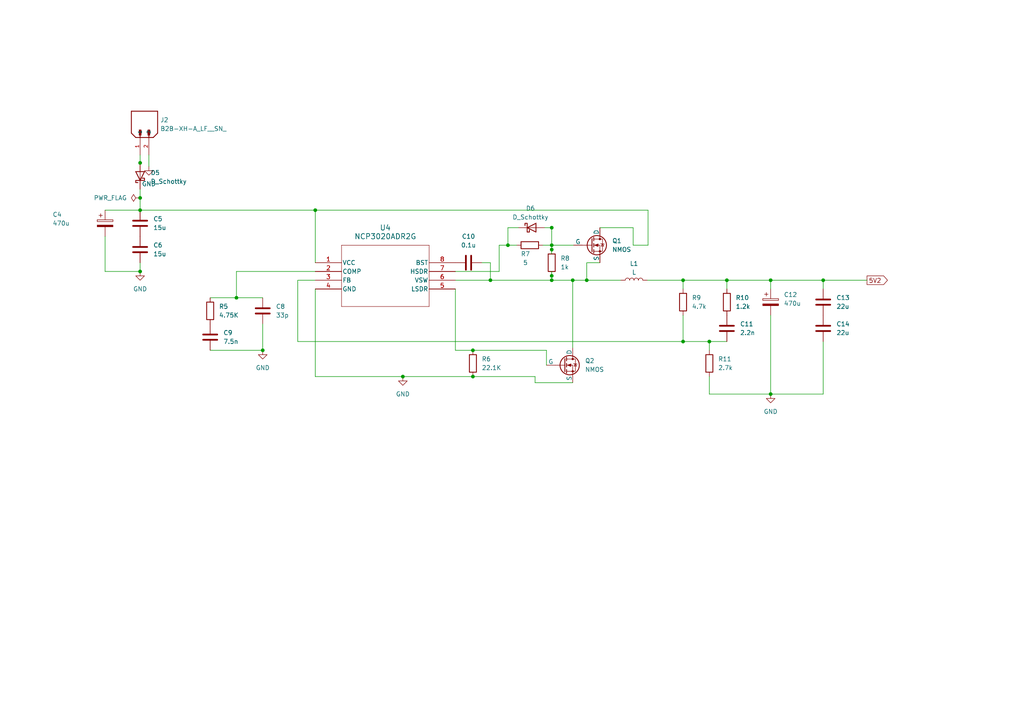
<source format=kicad_sch>
(kicad_sch (version 20230121) (generator eeschema)
  (paper "A4")
  (lib_symbols
    (symbol "2023-11-11_16-24-05:NCP3020ADR2G" (pin_names (offset 0.254))
      (property "Reference" "U" (at 20.32 10.16 0))
      (property "Value" "NCP3020ADR2G" (at 20.32 7.62 0))
      (symbol "NCP3020ADR2G_0_1"
        (polyline (pts (xy 7.62 -12.7) (xy 33.02 -12.7)) (stroke (width 0.127)))
        (polyline (pts (xy 7.62 5.08) (xy 7.62 -12.7)) (stroke (width 0.127)))
        (polyline (pts (xy 33.02 -12.7) (xy 33.02 5.08)) (stroke (width 0.127)))
        (polyline (pts (xy 33.02 5.08) (xy 7.62 5.08)) (stroke (width 0.127)))
        (pin power_in line (at 0 0 0) (length 7.62) (name "VCC") (number "1"))
        (pin output line (at 0 -2.54 0) (length 7.62) (name "COMP") (number "2"))
        (pin input line (at 0 -5.08 0) (length 7.62) (name "FB") (number "3"))
        (pin power_in line (at 0 -7.62 0) (length 7.62) (name "GND") (number "4"))
        (pin output line (at 40.64 -7.62 180) (length 7.62) (name "LSDR") (number "5"))
        (pin unspecified line (at 40.64 -5.08 180) (length 7.62) (name "VSW") (number "6"))
        (pin output line (at 40.64 -2.54 180) (length 7.62) (name "HSDR") (number "7"))
        (pin unspecified line (at 40.64 0 180) (length 7.62) (name "BST") (number "8"))
      )
    )
    (symbol "Device:C" (pin_numbers hide) (pin_names (offset 0.254))
      (property "Reference" "C" (at 0.635 2.54 0))
      (property "Value" "C" (at 0.635 -2.54 0))
      (symbol "C_0_1"
        (polyline (pts (xy -2.032 -0.762) (xy 2.032 -0.762)) (stroke (width 0.508)))
        (polyline (pts (xy -2.032 0.762) (xy 2.032 0.762)) (stroke (width 0.508)))
      )
      (symbol "C_1_1"
        (pin passive line (at 0 3.81 270) (length 2.794) (name "~") (number "1"))
        (pin passive line (at 0 -3.81 90) (length 2.794) (name "~") (number "2"))
      )
    )
    (symbol "Device:C_Polarized" (pin_numbers hide) (pin_names (offset 0.254))
      (property "Reference" "C" (at 0.635 2.54 0))
      (property "Value" "C_Polarized" (at 0.635 -2.54 0))
      (symbol "C_Polarized_0_1"
        (rectangle (start -2.286 0.508) (end 2.286 1.016))
        (polyline (pts (xy -1.778 2.286) (xy -0.762 2.286)))
        (polyline (pts (xy -1.27 2.794) (xy -1.27 1.778)))
        (rectangle (start 2.286 -0.508) (end -2.286 -1.016) (fill (type outline)))
      )
      (symbol "C_Polarized_1_1"
        (pin passive line (at 0 3.81 270) (length 2.794) (name "~") (number "1"))
        (pin passive line (at 0 -3.81 90) (length 2.794) (name "~") (number "2"))
      )
    )
    (symbol "Device:D_Schottky" (pin_numbers hide) (pin_names (offset 1.016) hide)
      (property "Reference" "D" (at 0 2.54 0))
      (property "Value" "D_Schottky" (at 0 -2.54 0))
      (symbol "D_Schottky_0_1"
        (polyline (pts (xy 1.27 0) (xy -1.27 0)))
        (polyline (pts (xy 1.27 1.27) (xy 1.27 -1.27) (xy -1.27 0) (xy 1.27 1.27)) (stroke (width 0.254)))
        (polyline (pts (xy -1.905 0.635) (xy -1.905 1.27) (xy -1.27 1.27) (xy -1.27 -1.27) (xy -0.635 -1.27) (xy -0.635 -0.635)) (stroke (width 0.254)))
      )
      (symbol "D_Schottky_1_1"
        (pin passive line (at -3.81 0 0) (length 2.54) (name "K") (number "1"))
        (pin passive line (at 3.81 0 180) (length 2.54) (name "A") (number "2"))
      )
    )
    (symbol "Device:L" (pin_numbers hide) (pin_names (offset 1.016) hide)
      (property "Reference" "L" (at -1.27 0 90))
      (property "Value" "L" (at 1.905 0 90))
      (symbol "L_0_1"
        (arc (start 0 -2.54) (mid 0.6323 -1.905) (end 0 -1.27))
        (arc (start 0 -1.27) (mid 0.6323 -0.635) (end 0 0))
        (arc (start 0 0) (mid 0.6323 0.635) (end 0 1.27))
        (arc (start 0 1.27) (mid 0.6323 1.905) (end 0 2.54))
      )
      (symbol "L_1_1"
        (pin passive line (at 0 3.81 270) (length 1.27) (name "1") (number "1"))
        (pin passive line (at 0 -3.81 90) (length 1.27) (name "2") (number "2"))
      )
    )
    (symbol "Device:R" (pin_numbers hide) (pin_names (offset 0))
      (property "Reference" "R" (at 2.032 0 90))
      (property "Value" "R" (at 0 0 90))
      (symbol "R_0_1"
        (rectangle (start -1.016 -2.54) (end 1.016 2.54) (stroke (width 0.254)))
      )
      (symbol "R_1_1"
        (pin passive line (at 0 3.81 270) (length 1.27) (name "~") (number "1"))
        (pin passive line (at 0 -3.81 90) (length 1.27) (name "~") (number "2"))
      )
    )
    (symbol "Simulation_SPICE:NMOS" (pin_numbers hide) (pin_names (offset 0))
      (property "Reference" "Q" (at 5.08 1.27 0))
      (property "Value" "NMOS" (at 5.08 -1.27 0))
      (symbol "NMOS_0_1"
        (polyline (pts (xy 0.254 0) (xy -2.54 0)))
        (polyline (pts (xy 0.254 1.905) (xy 0.254 -1.905)) (stroke (width 0.254)))
        (polyline (pts (xy 0.762 -1.27) (xy 0.762 -2.286)) (stroke (width 0.254)))
        (polyline (pts (xy 0.762 0.508) (xy 0.762 -0.508)) (stroke (width 0.254)))
        (polyline (pts (xy 0.762 2.286) (xy 0.762 1.27)) (stroke (width 0.254)))
        (polyline (pts (xy 2.54 2.54) (xy 2.54 1.778)))
        (polyline (pts (xy 2.54 -2.54) (xy 2.54 0) (xy 0.762 0)))
        (polyline (pts (xy 0.762 -1.778) (xy 3.302 -1.778) (xy 3.302 1.778) (xy 0.762 1.778)))
        (polyline (pts (xy 1.016 0) (xy 2.032 0.381) (xy 2.032 -0.381) (xy 1.016 0)) (fill (type outline)))
        (polyline (pts (xy 2.794 0.508) (xy 2.921 0.381) (xy 3.683 0.381) (xy 3.81 0.254)))
        (polyline (pts (xy 3.302 0.381) (xy 2.921 -0.254) (xy 3.683 -0.254) (xy 3.302 0.381)))
        (circle (center 1.651 0) (radius 2.794) (stroke (width 0.254)))
        (circle (center 2.54 -1.778) (radius 0.254) (fill (type outline)))
        (circle (center 2.54 1.778) (radius 0.254) (fill (type outline)))
      )
      (symbol "NMOS_1_1"
        (pin passive line (at 2.54 5.08 270) (length 2.54) (name "D") (number "1"))
        (pin input line (at -5.08 0 0) (length 2.54) (name "G") (number "2"))
        (pin passive line (at 2.54 -5.08 90) (length 2.54) (name "S") (number "3"))
      )
    )
    (symbol "lin_reg_lib:B2B-XH-A_LF__SN_" (pin_names (offset 1.016))
      (property "Reference" "J" (at 0 6.35 0))
      (property "Value" "B2B-XH-A_LF__SN_" (at 0 -5.08 0))
      (symbol "B2B-XH-A_LF__SN__0_0"
        (polyline (pts (xy 0 -1.27) (xy 1.27 -2.54)) (stroke (width 0.254)))
        (polyline (pts (xy 0 0) (xy 1.905 0)) (stroke (width 0.254)))
        (polyline (pts (xy 0 2.54) (xy 0 -1.27)) (stroke (width 0.254)))
        (polyline (pts (xy 0 2.54) (xy 1.905 2.54)) (stroke (width 0.254)))
        (polyline (pts (xy 0 3.81) (xy 0 2.54)) (stroke (width 0.254)))
        (polyline (pts (xy 0 3.81) (xy 1.27 5.08)) (stroke (width 0.254)))
        (polyline (pts (xy 1.27 -2.54) (xy 7.62 -2.54)) (stroke (width 0.254)))
        (polyline (pts (xy 7.62 -2.54) (xy 7.62 5.08)) (stroke (width 0.254)))
        (polyline (pts (xy 7.62 5.08) (xy 1.27 5.08)) (stroke (width 0.254)))
        (rectangle (start 0.635 -0.3175) (end 2.2225 0.3175) (stroke (width 0.1)) (fill (type outline)))
        (rectangle (start 0.635 2.2225) (end 2.2225 2.8575) (stroke (width 0.1)) (fill (type outline)))
        (pin passive line (at -5.08 2.54 0) (length 5.08) (name "1") (number "1"))
        (pin passive line (at -5.08 0 0) (length 5.08) (name "2") (number "2"))
      )
    )
    (symbol "power:GND" (power) (pin_names (offset 0))
      (property "Value" "GND" (at 0 -3.81 0))
      (symbol "GND_0_1"
        (polyline (pts (xy 0 0) (xy 0 -1.27) (xy 1.27 -1.27) (xy 0 -2.54) (xy -1.27 -1.27) (xy 0 -1.27)))
      )
      (symbol "GND_1_1"
        (pin power_in line (at 0 0 270) (length 0) hide (name "GND") (number "1"))
      )
    )
    (symbol "power:PWR_FLAG" (power) (pin_numbers hide) (pin_names (offset 0) hide)
      (property "Value" "PWR_FLAG" (at 0 3.81 0))
      (symbol "PWR_FLAG_0_0"
        (pin power_out line (at 0 0 90) (length 0) (name "pwr") (number "1"))
      )
      (symbol "PWR_FLAG_0_1"
        (polyline (pts (xy 0 0) (xy 0 1.27) (xy -1.016 1.905) (xy 0 2.54) (xy 1.016 1.905) (xy 0 1.27)))
      )
    )
  )
  (junction (at 170.18 81.28))
  (junction (at 223.52 114.3))
  (junction (at 142.24 81.28))
  (junction (at 160.02 80.01))
  (junction (at 68.58 86.36))
  (junction (at 198.12 81.28))
  (junction (at 205.74 99.06))
  (junction (at 137.16 101.6))
  (junction (at 116.84 109.22))
  (junction (at 40.64 57.404))
  (junction (at 238.76 81.28))
  (junction (at 147.32 71.12))
  (junction (at 137.16 109.22))
  (junction (at 40.64 60.96))
  (junction (at 76.2 101.6))
  (junction (at 166.116 81.28))
  (junction (at 40.64 78.74))
  (junction (at 223.52 81.28))
  (junction (at 91.44 60.96))
  (junction (at 160.02 81.28))
  (junction (at 160.02 71.12))
  (junction (at 40.64 47.244))
  (junction (at 198.12 99.06))
  (junction (at 210.82 81.28))
  (junction (at 160.02 72.39))
  (junction (at 160.02 66.04))
  (wire (pts (xy 187.706 81.28) (xy 198.12 81.28)))
  (wire (pts (xy 198.12 81.28) (xy 210.82 81.28)))
  (wire (pts (xy 238.76 81.28) (xy 223.52 81.28)))
  (wire (pts (xy 160.02 71.12) (xy 160.02 72.39)))
  (wire (pts (xy 166.116 81.28) (xy 170.18 81.28)))
  (wire (pts (xy 157.988 66.04) (xy 160.02 66.04)))
  (wire (pts (xy 147.32 66.04) (xy 150.368 66.04)))
  (wire (pts (xy 173.99 66.04) (xy 183.642 66.04)))
  (wire (pts (xy 198.12 81.28) (xy 198.12 83.82)))
  (wire (pts (xy 155.194 109.22) (xy 137.16 109.22)))
  (wire (pts (xy 198.12 91.44) (xy 198.12 99.06)))
  (wire (pts (xy 223.52 91.44) (xy 223.52 114.3)))
  (wire (pts (xy 132.08 101.6) (xy 137.16 101.6)))
  (wire (pts (xy 160.02 71.12) (xy 166.37 71.12)))
  (wire (pts (xy 157.48 71.12) (xy 160.02 71.12)))
  (wire (pts (xy 205.74 99.06) (xy 210.82 99.06)))
  (wire (pts (xy 155.194 110.998) (xy 166.116 110.998)))
  (wire (pts (xy 223.52 81.28) (xy 210.82 81.28)))
  (wire (pts (xy 43.18 44.958) (xy 43.18 48.26)))
  (wire (pts (xy 187.96 60.96) (xy 187.96 71.12)))
  (wire (pts (xy 238.76 99.06) (xy 238.76 114.3)))
  (wire (pts (xy 137.16 101.6) (xy 158.496 101.6)))
  (wire (pts (xy 170.18 81.28) (xy 180.086 81.28)))
  (wire (pts (xy 60.96 86.36) (xy 68.58 86.36)))
  (wire (pts (xy 238.76 81.28) (xy 251.46 81.28)))
  (wire (pts (xy 155.194 110.998) (xy 155.194 109.22)))
  (wire (pts (xy 160.02 66.04) (xy 160.274 66.04)))
  (wire (pts (xy 160.02 72.39) (xy 160.02 73.66)))
  (wire (pts (xy 86.36 81.28) (xy 86.36 99.06)))
  (wire (pts (xy 142.24 81.28) (xy 160.02 81.28)))
  (wire (pts (xy 147.32 66.04) (xy 147.32 71.12)))
  (wire (pts (xy 166.116 100.838) (xy 166.116 81.28)))
  (wire (pts (xy 68.58 86.36) (xy 68.58 78.74)))
  (wire (pts (xy 170.18 76.2) (xy 170.18 81.28)))
  (wire (pts (xy 160.02 81.28) (xy 166.116 81.28)))
  (wire (pts (xy 40.64 47.498) (xy 40.64 47.244)))
  (wire (pts (xy 198.12 99.06) (xy 205.74 99.06)))
  (wire (pts (xy 68.58 86.36) (xy 76.2 86.36)))
  (wire (pts (xy 205.74 114.3) (xy 223.52 114.3)))
  (wire (pts (xy 30.48 60.96) (xy 40.64 60.96)))
  (wire (pts (xy 40.64 60.96) (xy 91.44 60.96)))
  (wire (pts (xy 173.99 76.2) (xy 170.18 76.2)))
  (wire (pts (xy 144.78 71.12) (xy 144.78 78.74)))
  (wire (pts (xy 160.02 78.74) (xy 160.02 80.01)))
  (wire (pts (xy 91.44 60.96) (xy 187.96 60.96)))
  (wire (pts (xy 142.24 76.2) (xy 142.24 81.28)))
  (wire (pts (xy 91.44 81.28) (xy 86.36 81.28)))
  (wire (pts (xy 40.64 44.958) (xy 40.64 47.244)))
  (wire (pts (xy 91.44 109.22) (xy 116.84 109.22)))
  (wire (pts (xy 30.48 78.74) (xy 40.64 78.74)))
  (wire (pts (xy 238.76 83.82) (xy 238.76 81.28)))
  (wire (pts (xy 139.7 76.2) (xy 142.24 76.2)))
  (wire (pts (xy 40.64 57.404) (xy 40.64 60.96)))
  (wire (pts (xy 60.96 101.6) (xy 76.2 101.6)))
  (wire (pts (xy 132.08 78.74) (xy 144.78 78.74)))
  (wire (pts (xy 210.82 83.82) (xy 210.82 81.28)))
  (wire (pts (xy 205.74 109.22) (xy 205.74 114.3)))
  (wire (pts (xy 149.86 71.12) (xy 147.32 71.12)))
  (wire (pts (xy 116.84 109.22) (xy 137.16 109.22)))
  (wire (pts (xy 160.02 66.04) (xy 160.02 71.12)))
  (wire (pts (xy 86.36 99.06) (xy 198.12 99.06)))
  (wire (pts (xy 30.48 68.58) (xy 30.48 78.74)))
  (wire (pts (xy 76.2 93.98) (xy 76.2 101.6)))
  (wire (pts (xy 147.32 71.12) (xy 144.78 71.12)))
  (wire (pts (xy 40.64 54.864) (xy 40.64 57.404)))
  (wire (pts (xy 40.64 76.2) (xy 40.64 78.74)))
  (wire (pts (xy 183.642 66.04) (xy 183.642 71.12)))
  (wire (pts (xy 68.58 78.74) (xy 91.44 78.74)))
  (wire (pts (xy 205.74 99.06) (xy 205.74 101.6)))
  (wire (pts (xy 160.02 80.01) (xy 160.02 81.28)))
  (wire (pts (xy 223.52 114.3) (xy 238.76 114.3)))
  (wire (pts (xy 183.642 71.12) (xy 187.96 71.12)))
  (wire (pts (xy 132.08 81.28) (xy 142.24 81.28)))
  (wire (pts (xy 91.44 83.82) (xy 91.44 109.22)))
  (wire (pts (xy 223.52 83.82) (xy 223.52 81.28)))
  (wire (pts (xy 91.44 60.96) (xy 91.44 76.2)))
  (wire (pts (xy 132.08 83.82) (xy 132.08 101.6)))
  (wire (pts (xy 158.496 101.6) (xy 158.496 105.918)))
  (global_label "5V2" (shape output) (at 251.46 81.28 0) (property "Intersheetrefs" "${INTERSHEET_REFS}" (at 257.9528 81.28 0) (effects (justify left))))
  (symbol (lib_id "Device:C") (at 238.76 95.25 0) (unit 1)
    (property "Reference" "C14" (at 242.57 93.98 0) (effects (justify left)))
    (property "Value" "22u" (at 242.57 96.52 0) (effects (justify left)))
    (property "Footprint" "Capacitor_SMD:C_0603_1608Metric" (effects hide))
  )
  (symbol (lib_id "Device:C") (at 40.64 64.77 0) (unit 1)
    (property "Reference" "C5" (at 44.45 63.5 0) (effects (justify left)))
    (property "Value" "15u" (at 44.45 66.04 0) (effects (justify left)))
    (property "Footprint" "Capacitor_SMD:C_0603_1608Metric" (effects hide))
  )
  (symbol (lib_id "Device:R") (at 137.16 105.41 0) (unit 1)
    (property "Reference" "R6" (at 139.7 104.1399 0) (effects (justify left)))
    (property "Value" "22.1K" (at 139.7 106.6799 0) (effects (justify left)))
    (property "Footprint" "Resistor_SMD:R_0603_1608Metric" (effects hide))
  )
  (symbol (lib_id "Device:D_Schottky") (at 40.64 51.054 90) (unit 1)
    (property "Reference" "D5" (at 43.688 50.1015 90) (effects (justify right)))
    (property "Value" "D_Schottky" (at 43.688 52.6415 90) (effects (justify right)))
    (property "Footprint" "Diode_SMD:D_SOD-323" (effects hide))
  )
  (symbol (lib_id "2023-11-11_16-24-05:NCP3020ADR2G") (at 91.44 76.2 0) (unit 1)
    (property "Reference" "U4" (at 111.76 66.04 0) (effects (font (size 1.524 1.524))))
    (property "Value" "NCP3020ADR2G" (at 111.76 68.58 0) (effects (font (size 1.524 1.524))))
    (property "Footprint" "lin_reg_lib:SOIC8_ONS_NCP3020ADR" (effects hide))
    (property "Datasheet" "NCP3020ADR2G" (effects hide))
  )
  (symbol (lib_id "power:GND") (at 223.52 114.3 0) (unit 1)
    (property "Reference" "#PWR0105" (effects hide))
    (property "Value" "GND" (at 223.52 119.38 0))
  )
  (symbol (lib_id "power:GND") (at 43.18 48.26 0) (unit 1)
    (property "Reference" "#PWR0104" (effects hide))
    (property "Value" "GND" (at 43.18 53.34 0))
  )
  (symbol (lib_id "Device:D_Schottky") (at 154.178 66.04 0) (unit 1)
    (property "Reference" "D6" (at 153.8605 60.452 0))
    (property "Value" "D_Schottky" (at 153.8605 62.992 0))
    (property "Footprint" "Diode_SMD:D_SOD-323" (effects hide))
  )
  (symbol (lib_id "Device:C") (at 238.76 87.63 0) (unit 1)
    (property "Reference" "C13" (at 242.57 86.36 0) (effects (justify left)))
    (property "Value" "22u" (at 242.57 88.9 0) (effects (justify left)))
    (property "Footprint" "Capacitor_SMD:C_0603_1608Metric" (effects hide))
  )
  (symbol (lib_id "Device:C") (at 60.96 97.79 0) (unit 1)
    (property "Reference" "C9" (at 64.77 96.52 0) (effects (justify left)))
    (property "Value" "7.5n" (at 64.77 99.06 0) (effects (justify left)))
    (property "Footprint" "Capacitor_SMD:C_0603_1608Metric" (effects hide))
  )
  (symbol (lib_id "power:PWR_FLAG") (at 40.64 57.404 90) (unit 1)
    (property "Reference" "#FLG03" (effects hide))
    (property "Value" "PWR_FLAG" (at 36.83 57.404 90) (effects (justify left)))
  )
  (symbol (lib_id "Device:C_Polarized") (at 223.52 87.63 0) (unit 1)
    (property "Reference" "C12" (at 227.33 85.4709 0) (effects (justify left)))
    (property "Value" "470u" (at 227.33 88.0109 0) (effects (justify left)))
    (property "Footprint" "Capacitor_SMD:C_0603_1608Metric" (effects hide))
  )
  (symbol (lib_id "Device:R") (at 160.02 76.2 0) (unit 1)
    (property "Reference" "R8" (at 162.56 74.93 0) (effects (justify left)))
    (property "Value" "1k" (at 162.56 77.47 0) (effects (justify left)))
    (property "Footprint" "Resistor_SMD:R_0603_1608Metric" (effects hide))
  )
  (symbol (lib_id "Device:C") (at 76.2 90.17 0) (unit 1)
    (property "Reference" "C8" (at 80.01 88.8999 0) (effects (justify left)))
    (property "Value" "33p" (at 80.01 91.4399 0) (effects (justify left)))
    (property "Footprint" "Capacitor_SMD:C_0603_1608Metric" (effects hide))
  )
  (symbol (lib_id "Device:R") (at 210.82 87.63 0) (unit 1)
    (property "Reference" "R10" (at 213.36 86.36 0) (effects (justify left)))
    (property "Value" "1.2k" (at 213.36 88.9 0) (effects (justify left)))
    (property "Footprint" "Resistor_SMD:R_0603_1608Metric" (effects hide))
  )
  (symbol (lib_id "Device:C") (at 210.82 95.25 0) (unit 1)
    (property "Reference" "C11" (at 214.63 93.98 0) (effects (justify left)))
    (property "Value" "2.2n" (at 214.63 96.52 0) (effects (justify left)))
    (property "Footprint" "Capacitor_SMD:C_0603_1608Metric" (effects hide))
  )
  (symbol (lib_id "Simulation_SPICE:NMOS") (at 171.45 71.12 0) (unit 1)
    (property "Reference" "Q1" (at 177.546 69.85 0) (effects (justify left)))
    (property "Value" "NMOS" (at 177.546 72.39 0) (effects (justify left)))
    (property "Footprint" "lin_reg_lib:TRANS_BTS3060TFATMA1" (effects hide))
    (property "Datasheet" "https://ngspice.sourceforge.io/docs/ngspice-manual.pdf" (effects hide))
    (property "Sim.Device" "NMOS" (effects hide))
    (property "Sim.Type" "VDMOS" (effects hide))
    (property "Sim.Pins" "1=D 2=G 3=S" (effects hide))
  )
  (symbol (lib_id "Device:R") (at 198.12 87.63 0) (unit 1)
    (property "Reference" "R9" (at 200.66 86.3599 0) (effects (justify left)))
    (property "Value" "4.7k" (at 200.66 88.8999 0) (effects (justify left)))
    (property "Footprint" "Resistor_SMD:R_0603_1608Metric" (effects hide))
  )
  (symbol (lib_id "power:GND") (at 40.64 78.74 0) (unit 1)
    (property "Reference" "#PWR0103" (effects hide))
    (property "Value" "GND" (at 40.64 83.82 0))
  )
  (symbol (lib_id "lin_reg_lib:B2B-XH-A_LF__SN_") (at 43.18 39.878 90) (unit 1)
    (property "Reference" "J2" (at 46.482 34.798 90) (effects (justify right)))
    (property "Value" "B2B-XH-A_LF__SN_" (at 46.482 37.338 90) (effects (justify right)))
    (property "Footprint" "Connector_JST:JST_XH_B2B-XH-A_1x02_P2.50mm_Vertical" (effects hide))
    (property "MF" "JST Sales America Inc." (effects hide))
    (property "MAXIMUM_PACKAGE_HEIGHT" "7 mm" (effects hide))
    (property "Package" "None" (effects hide))
    (property "Price" "None" (effects hide))
    (property "Check_prices" "https://www.snapeda.com/parts/B2B-XH-A(LF)(SN)/JST+Sales+America+Inc./view-part/?ref=eda" (effects hide))
    (property "STANDARD" "Manufacturer Recommendations" (effects hide))
    (property "PARTREV" "N/A" (effects hide))
    (property "SnapEDA_Link" "https://www.snapeda.com/parts/B2B-XH-A(LF)(SN)/JST+Sales+America+Inc./view-part/?ref=snap" (effects hide))
    (property "MP" "B2B-XH-A(LF)(SN)" (effects hide))
    (property "Description" "\nConnector Header Through Hole 2 position 0.098 (2.50mm)\n" (effects hide))
    (property "Availability" "In Stock" (effects hide))
    (property "MANUFACTURER" "JST Sales America Inc." (effects hide))
  )
  (symbol (lib_id "Device:C") (at 135.89 76.2 90) (unit 1)
    (property "Reference" "C10" (at 135.89 68.58 90))
    (property "Value" "0.1u" (at 135.89 71.12 90))
    (property "Footprint" "Capacitor_SMD:C_0603_1608Metric" (effects hide))
  )
  (symbol (lib_id "Device:C") (at 40.64 72.39 0) (unit 1)
    (property "Reference" "C6" (at 44.45 71.12 0) (effects (justify left)))
    (property "Value" "15u" (at 44.45 73.66 0) (effects (justify left)))
    (property "Footprint" "Capacitor_SMD:C_0603_1608Metric" (effects hide))
  )
  (symbol (lib_id "power:GND") (at 116.84 109.22 0) (unit 1)
    (property "Reference" "#PWR0110" (effects hide))
    (property "Value" "GND" (at 116.84 114.3 0))
  )
  (symbol (lib_id "Device:C_Polarized") (at 30.48 64.77 0) (unit 1)
    (property "Reference" "C4" (at 15.24 62.23 0) (effects (justify left)))
    (property "Value" "470u" (at 15.24 64.77 0) (effects (justify left)))
    (property "Footprint" "Capacitor_SMD:C_0603_1608Metric" (effects hide))
  )
  (symbol (lib_id "Device:R") (at 153.67 71.12 90) (unit 1)
    (property "Reference" "R7" (at 152.4 73.66 90))
    (property "Value" "5" (at 152.4 76.2 90))
    (property "Footprint" "Resistor_SMD:R_0603_1608Metric" (effects hide))
  )
  (symbol (lib_id "power:GND") (at 76.2 101.6 0) (unit 1)
    (property "Reference" "#PWR0111" (effects hide))
    (property "Value" "GND" (at 76.2 106.68 0))
  )
  (symbol (lib_id "Simulation_SPICE:NMOS") (at 163.576 105.918 0) (unit 1)
    (property "Reference" "Q2" (at 169.672 104.648 0) (effects (justify left)))
    (property "Value" "NMOS" (at 169.672 107.188 0) (effects (justify left)))
    (property "Footprint" "lin_reg_lib:TRANS_BTS3060TFATMA1" (effects hide))
    (property "Datasheet" "https://ngspice.sourceforge.io/docs/ngspice-manual.pdf" (effects hide))
    (property "Sim.Device" "NMOS" (effects hide))
    (property "Sim.Type" "VDMOS" (effects hide))
    (property "Sim.Pins" "1=D 2=G 3=S" (effects hide))
  )
  (symbol (lib_id "Device:R") (at 205.74 105.41 0) (unit 1)
    (property "Reference" "R11" (at 208.28 104.14 0) (effects (justify left)))
    (property "Value" "2.7k" (at 208.28 106.68 0) (effects (justify left)))
    (property "Footprint" "Resistor_SMD:R_0603_1608Metric" (effects hide))
  )
  (symbol (lib_id "Device:L") (at 183.896 81.28 90) (unit 1)
    (property "Reference" "L1" (at 183.896 76.454 90))
    (property "Value" "L" (at 183.896 78.994 90))
    (property "Footprint" "Inductor_SMD:L_0603_1608Metric" (effects hide))
  )
  (symbol (lib_id "Device:R") (at 60.96 90.17 0) (unit 1)
    (property "Reference" "R5" (at 63.5 88.8999 0) (effects (justify left)))
    (property "Value" "4.75K" (at 63.5 91.4399 0) (effects (justify left)))
    (property "Footprint" "Resistor_SMD:R_0603_1608Metric" (effects hide))
  )
)
</source>
